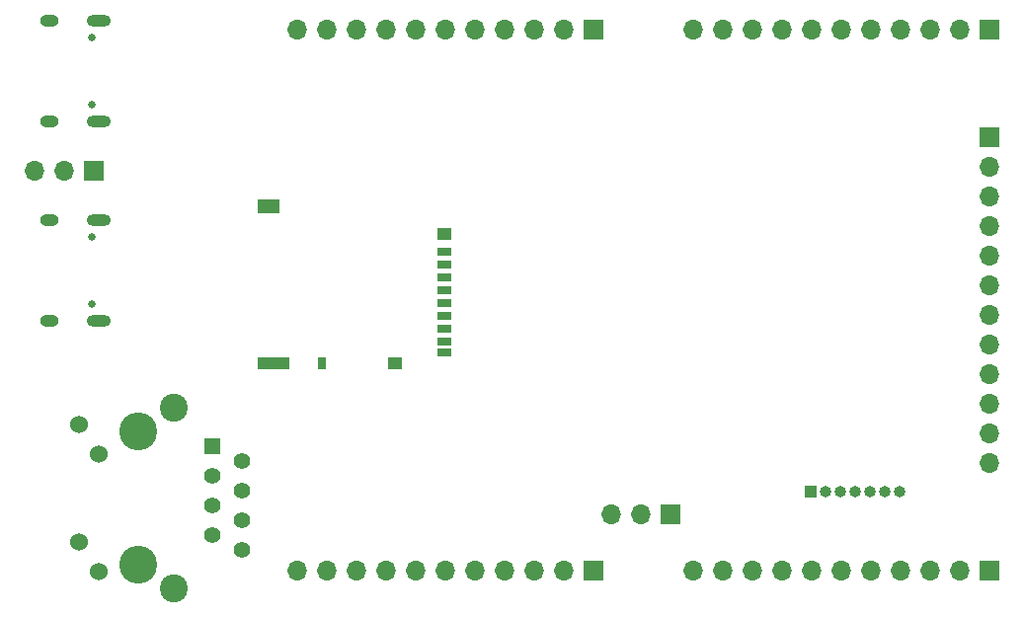
<source format=gbr>
%TF.GenerationSoftware,KiCad,Pcbnew,9.0.0*%
%TF.CreationDate,2025-04-18T01:08:42+10:00*%
%TF.ProjectId,Teensy_4.1_attempt_1,5465656e-7379-45f3-942e-315f61747465,rev?*%
%TF.SameCoordinates,Original*%
%TF.FileFunction,Soldermask,Bot*%
%TF.FilePolarity,Negative*%
%FSLAX46Y46*%
G04 Gerber Fmt 4.6, Leading zero omitted, Abs format (unit mm)*
G04 Created by KiCad (PCBNEW 9.0.0) date 2025-04-18 01:08:42*
%MOMM*%
%LPD*%
G01*
G04 APERTURE LIST*
%ADD10R,1.700000X1.700000*%
%ADD11O,1.700000X1.700000*%
%ADD12C,3.250000*%
%ADD13R,1.408000X1.408000*%
%ADD14C,1.408000*%
%ADD15C,1.530000*%
%ADD16C,2.400000*%
%ADD17C,0.650000*%
%ADD18O,2.100000X1.000000*%
%ADD19O,1.600000X1.000000*%
%ADD20R,1.000000X1.000000*%
%ADD21O,1.000000X1.000000*%
%ADD22R,1.200000X0.700000*%
%ADD23R,0.800000X1.000000*%
%ADD24R,2.800000X1.000000*%
%ADD25R,1.200000X1.000000*%
%ADD26R,1.900000X1.300000*%
G04 APERTURE END LIST*
D10*
%TO.C,J6*%
X151215000Y-96200000D03*
D11*
X148675000Y-96200000D03*
X146135000Y-96200000D03*
%TD*%
D10*
%TO.C,J4*%
X178600000Y-101030000D03*
D11*
X176060000Y-101030000D03*
X173520000Y-101030000D03*
X170980000Y-101030000D03*
X168440000Y-101030000D03*
X165900000Y-101030000D03*
X163360000Y-101030000D03*
X160820000Y-101030000D03*
X158280000Y-101030000D03*
X155740000Y-101030000D03*
X153200000Y-101030000D03*
%TD*%
D12*
%TO.C,P1*%
X105580000Y-89105000D03*
X105580000Y-100535000D03*
D13*
X111930000Y-90375000D03*
D14*
X114470000Y-91645000D03*
X111930000Y-92915000D03*
X114470000Y-94185000D03*
X111930000Y-95455000D03*
X114470000Y-96725000D03*
X111930000Y-97995000D03*
X114470000Y-99265000D03*
D15*
X100500000Y-88495000D03*
X102200000Y-91062000D03*
X100500000Y-98578000D03*
X102200000Y-101145000D03*
D16*
X108630000Y-87070000D03*
X108630000Y-102570000D03*
%TD*%
D17*
%TO.C,USB_DFP1*%
X101650000Y-72430000D03*
X101650000Y-78210000D03*
D18*
X102180000Y-71000000D03*
D19*
X98000000Y-71000000D03*
D18*
X102180000Y-79640000D03*
D19*
X98000000Y-79640000D03*
%TD*%
D10*
%TO.C,J3*%
X178600000Y-63875000D03*
D11*
X178600000Y-66415000D03*
X178600000Y-68955000D03*
X178600000Y-71495000D03*
X178600000Y-74035000D03*
X178600000Y-76575000D03*
X178600000Y-79115000D03*
X178600000Y-81655000D03*
X178600000Y-84195000D03*
X178600000Y-86735000D03*
X178600000Y-89275000D03*
X178600000Y-91815000D03*
%TD*%
D10*
%TO.C,J5*%
X144630000Y-101030000D03*
D11*
X142090000Y-101030000D03*
X139550000Y-101030000D03*
X137010000Y-101030000D03*
X134470000Y-101030000D03*
X131930000Y-101030000D03*
X129390000Y-101030000D03*
X126850000Y-101030000D03*
X124310000Y-101030000D03*
X121770000Y-101030000D03*
X119230000Y-101030000D03*
%TD*%
D20*
%TO.C,SWD1*%
X163300000Y-94280000D03*
D21*
X164570000Y-94280000D03*
X165840000Y-94280000D03*
X167110000Y-94280000D03*
X168380000Y-94280000D03*
X169650000Y-94280000D03*
X170920000Y-94280000D03*
%TD*%
D17*
%TO.C,USB_UFP1*%
X101650000Y-55290000D03*
X101650000Y-61070000D03*
D18*
X102180000Y-53860000D03*
D19*
X98000000Y-53860000D03*
D18*
X102180000Y-62500000D03*
D19*
X98000000Y-62500000D03*
%TD*%
D10*
%TO.C,J7*%
X101775000Y-66750000D03*
D11*
X99235000Y-66750000D03*
X96695000Y-66750000D03*
%TD*%
D10*
%TO.C,J2*%
X178600000Y-54670000D03*
D11*
X176060000Y-54670000D03*
X173520000Y-54670000D03*
X170980000Y-54670000D03*
X168440000Y-54670000D03*
X165900000Y-54670000D03*
X163360000Y-54670000D03*
X160820000Y-54670000D03*
X158280000Y-54670000D03*
X155740000Y-54670000D03*
X153200000Y-54670000D03*
%TD*%
D10*
%TO.C,J1*%
X144600000Y-54670000D03*
D11*
X142060000Y-54670000D03*
X139520000Y-54670000D03*
X136980000Y-54670000D03*
X134440000Y-54670000D03*
X131900000Y-54670000D03*
X129360000Y-54670000D03*
X126820000Y-54670000D03*
X124280000Y-54670000D03*
X121740000Y-54670000D03*
X119200000Y-54670000D03*
%TD*%
D22*
%TO.C,J8*%
X131890000Y-73710000D03*
X131890000Y-74810000D03*
X131890000Y-75910000D03*
X131890000Y-77010000D03*
X131890000Y-78110000D03*
X131890000Y-79210000D03*
X131890000Y-80310000D03*
X131890000Y-81410000D03*
X131890000Y-82360000D03*
D23*
X121390000Y-83310000D03*
D24*
X117240000Y-83310000D03*
D25*
X127590000Y-83310000D03*
X131890000Y-72160000D03*
D26*
X116790000Y-69810000D03*
%TD*%
M02*

</source>
